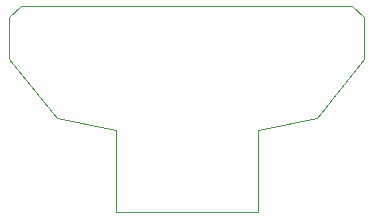
<source format=gm1>
%TF.GenerationSoftware,KiCad,Pcbnew,7.0.7*%
%TF.CreationDate,2023-09-11T21:43:26+02:00*%
%TF.ProjectId,usb-board,7573622d-626f-4617-9264-2e6b69636164,rev?*%
%TF.SameCoordinates,Original*%
%TF.FileFunction,Profile,NP*%
%FSLAX46Y46*%
G04 Gerber Fmt 4.6, Leading zero omitted, Abs format (unit mm)*
G04 Created by KiCad (PCBNEW 7.0.7) date 2023-09-11 21:43:26*
%MOMM*%
%LPD*%
G01*
G04 APERTURE LIST*
%TA.AperFunction,Profile*%
%ADD10C,0.100000*%
%TD*%
G04 APERTURE END LIST*
D10*
X115000000Y-93500000D02*
X114000000Y-92500000D01*
X85000000Y-93500000D02*
X86000000Y-92500000D01*
X89000000Y-102000000D02*
X94000000Y-103000000D01*
X85000000Y-97000000D02*
X89000000Y-102000000D01*
X111000000Y-102000000D02*
X106000000Y-103000000D01*
X115000000Y-97000000D02*
X111000000Y-102000000D01*
X115000000Y-93500000D02*
X115000000Y-97000000D01*
X85000000Y-93500000D02*
X85000000Y-97000000D01*
X114000000Y-92500000D02*
X86000000Y-92500000D01*
X94000000Y-110000000D02*
X94000000Y-103000000D01*
X106000000Y-110000000D02*
X106000000Y-103000000D01*
X94000000Y-110000000D02*
X106000000Y-110000000D01*
M02*

</source>
